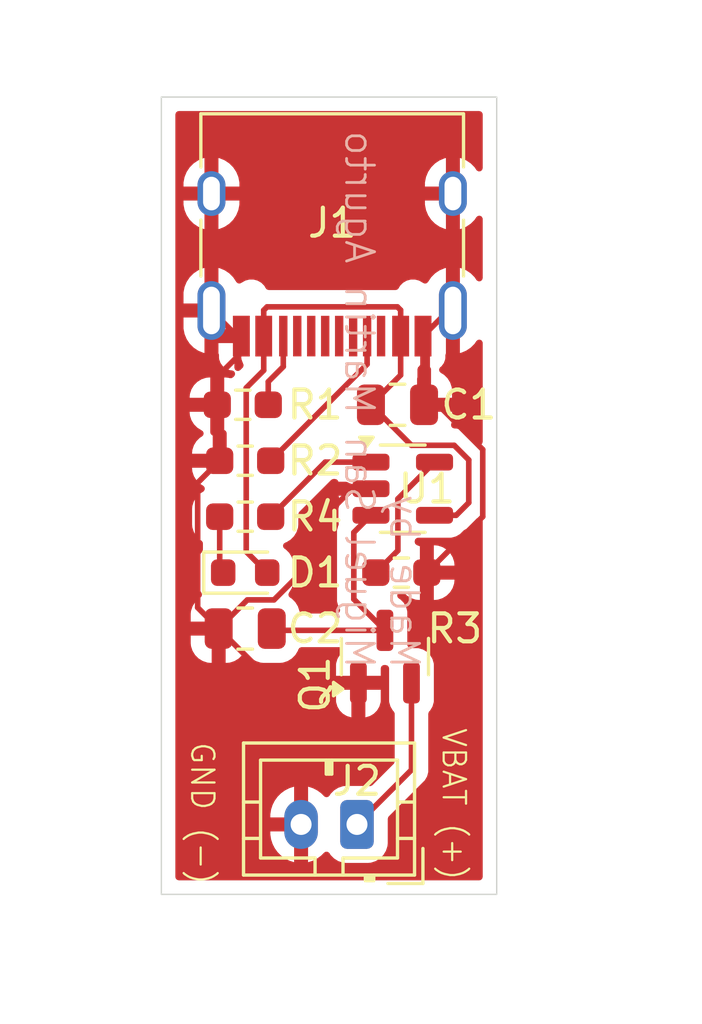
<source format=kicad_pcb>
(kicad_pcb (version 20241229) (generator "pcbnew") (generator_version "9.0")
  (layers (0 "F.Cu" signal) (2 "B.Cu" signal) (13 "F.Paste" user) (15 "B.Paste" user) (5 "F.SilkS" user "F.Silkscreen") (7 "B.SilkS" user "B.Silkscreen") (1 "F.Mask" user) (3 "B.Mask" user) (25 "Edge.Cuts" user))
  (net 0 "")
  (net 1 "Net-(J1-CC2)")
  (net 2 "GND")
  (net 3 "Net-(J1-CC1)")
  (net 4 "Net-(U1-PROG)")
  (net 5 "Net-(U1-STAT)")
  (net 6 "Net-(D1-K)")
  (net 7 "Net-(J2-Pin_1)")
  (net 8 "/VBUS")
  (net 15 "Net-(Q1-D)")
  (footprint "LED_SMD:LED_0603_1608Metric" (layer "F.Cu") (at 109.5 69)
    (property "Reference" "D1" (at 2.5 0 0) (layer "F.SilkS"))
    (property "Value" "LED")
    (fp_line (start -1.485 -0.735) (end -1.485 0.735) (stroke (width 0.12)) (layer "F.SilkS"))
    (fp_line (start -1.485 0.735) (end 0.8 0.735) (stroke (width 0.12)) (layer "F.SilkS"))
    (fp_line (start 0.8 -0.735) (end -1.485 -0.735) (stroke (width 0.12)) (layer "F.SilkS"))
    (pad "1" smd roundrect (at -0.7875 0) (size 0.875 0.95) (layers "F.Cu" "F.Mask" "F.Paste") (net 6 "Net-(D1-K)"))
    (pad "2" smd roundrect (at 0.7875 0) (size 0.875 0.95) (layers "F.Cu" "F.Mask" "F.Paste") (net 8 "/VBUS"))
  )
  (footprint "Resistor_SMD:R_0603_1608Metric_Pad0.98x0.95mm_HandSolder" (layer "F.Cu") (at 109.5 65 180)
    (property "Reference" "R2" (at -2.5 0 0) (layer "F.SilkS"))
    (property "Value" "5k1")
    (fp_line (start -0.254724 0.5225) (end 0.254724 0.5225) (stroke (width 0.12)) (layer "F.SilkS"))
    (fp_line (start -0.254724 -0.5225) (end 0.254724 -0.5225) (stroke (width 0.12)) (layer "F.SilkS"))
    (pad "1" smd roundrect (at -0.9125 0 180) (size 0.975 0.95) (layers "F.Cu" "F.Mask" "F.Paste") (net 3 "Net-(J1-CC1)"))
    (pad "2" smd roundrect (at 0.9125 0 180) (size 0.975 0.95) (layers "F.Cu" "F.Mask" "F.Paste") (net 2 "GND"))
  )
  (footprint "Package_TO_SOT_SMD:SOT-23-5" (layer "F.Cu") (at 115.1375 66)
    (property "Reference" "U1" (at 0.8625 0 0) (layer "F.SilkS"))
    (property "Value" "MCP73831-2-OT")
    (fp_line (start 0 -1.56) (end -0.8 -1.56) (stroke (width 0.12)) (layer "F.SilkS"))
    (fp_line (start 0 -1.56) (end 0.8 -1.56) (stroke (width 0.12)) (layer "F.SilkS"))
    (fp_line (start 0 1.56) (end -0.8 1.56) (stroke (width 0.12)) (layer "F.SilkS"))
    (fp_line (start 0 1.56) (end 0.8 1.56) (stroke (width 0.12)) (layer "F.SilkS"))
    (fp_poly (pts (xy -1.3 -1.51) (xy -1.54 -1.84) (xy -1.06 -1.84) (xy -1.3 -1.51)) (stroke (width 0.12)) (fill yes) (layer "F.SilkS"))
    (pad "1" smd roundrect (at -1.1375 -0.95) (size 1.325 0.6) (layers "F.Cu" "F.Mask" "F.Paste") (net 5 "Net-(U1-STAT)"))
    (pad "2" smd roundrect (at -1.1375 0) (size 1.325 0.6) (layers "F.Cu" "F.Mask" "F.Paste") (net 2 "GND"))
    (pad "3" smd roundrect (at -1.1375 0.95) (size 1.325 0.6) (layers "F.Cu" "F.Mask" "F.Paste") (net 15 "Net-(Q1-D)"))
    (pad "4" smd roundrect (at 1.1375 0.95) (size 1.325 0.6) (layers "F.Cu" "F.Mask" "F.Paste") (net 8 "/VBUS"))
    (pad "5" smd roundrect (at 1.1375 -0.95) (size 1.325 0.6) (layers "F.Cu" "F.Mask" "F.Paste") (net 4 "Net-(U1-PROG)"))
  )
  (footprint "Resistor_SMD:R_0603_1608Metric_Pad0.98x0.95mm_HandSolder" (layer "F.Cu") (at 115.0875 69)
    (property "Reference" "R3" (at 1.9125 2 0) (layer "F.SilkS"))
    (property "Value" "2k")
    (fp_line (start -0.254724 -0.5225) (end 0.254724 -0.5225) (stroke (width 0.12)) (layer "F.SilkS"))
    (fp_line (start -0.254724 0.5225) (end 0.254724 0.5225) (stroke (width 0.12)) (layer "F.SilkS"))
    (pad "1" smd roundrect (at -0.9125 0) (size 0.975 0.95) (layers "F.Cu" "F.Mask" "F.Paste") (net 4 "Net-(U1-PROG)"))
    (pad "2" smd roundrect (at 0.9125 0) (size 0.975 0.95) (layers "F.Cu" "F.Mask" "F.Paste") (net 2 "GND"))
  )
  (footprint "Package_TO_SOT_SMD:SOT-23" (layer "F.Cu") (at 114.5 72 90)
    (property "Reference" "Q1" (at -1 -2.5 90) (layer "F.SilkS"))
    (property "Value" "Si2319CDS")
    (fp_line (start 0 -1.56) (end 0.65 -1.56) (stroke (width 0.12)) (layer "F.SilkS"))
    (fp_line (start 0 -1.56) (end -0.65 -1.56) (stroke (width 0.12)) (layer "F.SilkS"))
    (fp_line (start 0 1.56) (end 0.65 1.56) (stroke (width 0.12)) (layer "F.SilkS"))
    (fp_line (start 0 1.56) (end -0.65 1.56) (stroke (width 0.12)) (layer "F.SilkS"))
    (fp_poly (pts (xy -1.1625 -1.51) (xy -1.4025 -1.84) (xy -0.9225 -1.84) (xy -1.1625 -1.51)) (stroke (width 0.12)) (fill yes) (layer "F.SilkS"))
    (pad "1" smd roundrect (at -0.9375 -0.95 90) (size 1.475 0.6) (layers "F.Cu" "F.Mask" "F.Paste") (net 2 "GND"))
    (pad "2" smd roundrect (at -0.9375 0.95 90) (size 1.475 0.6) (layers "F.Cu" "F.Mask" "F.Paste") (net 7 "Net-(J2-Pin_1)"))
    (pad "3" smd roundrect (at 0.9375 0 90) (size 1.475 0.6) (layers "F.Cu" "F.Mask" "F.Paste") (net 15 "Net-(Q1-D)"))
  )
  (footprint "Connector_USB:USB_C_Receptacle_HRO_TYPE-C-31-M-12" (layer "F.Cu") (at 112.6125 56.5 180)
    (property "Reference" "J1" (at 0 0 0) (layer "F.SilkS"))
    (property "Value" "USB_C_Receptacle_USB2.0_16P")
    (fp_line (start 4.7 2) (end 4.7 3.9) (stroke (width 0.12)) (layer "F.SilkS"))
    (fp_line (start 4.7 -1.9) (end 4.7 0.1) (stroke (width 0.12)) (layer "F.SilkS"))
    (fp_line (start -4.7 3.9) (end 4.7 3.9) (stroke (width 0.12)) (layer "F.SilkS"))
    (fp_line (start -4.7 2) (end -4.7 3.9) (stroke (width 0.12)) (layer "F.SilkS"))
    (fp_line (start -4.7 -1.9) (end -4.7 0.1) (stroke (width 0.12)) (layer "F.SilkS"))
    (pad "" np_thru_hole circle (at -2.89 -2.6 180) (size 0.65 0.65) (drill 0.65) (layers "*.Cu" "*.Mask"))
    (pad "" np_thru_hole circle (at 2.89 -2.6 180) (size 0.65 0.65) (drill 0.65) (layers "*.Cu" "*.Mask"))
    (pad "A1" smd rect (at -3.25 -4.045 180) (size 0.6 1.45) (layers "F.Cu" "F.Mask" "F.Paste") (net 2 "GND"))
    (pad "A4" smd rect (at -2.45 -4.045 180) (size 0.6 1.45) (layers "F.Cu" "F.Mask" "F.Paste") (net 8 "/VBUS"))
    (pad "A5" smd rect (at -1.25 -4.045 180) (size 0.3 1.45) (layers "F.Cu" "F.Mask" "F.Paste") (net 3 "Net-(J1-CC1)"))
    (pad "A6" smd rect (at -0.25 -4.045 180) (size 0.3 1.45) (layers "F.Cu" "F.Mask" "F.Paste"))
    (pad "A7" smd rect (at 0.25 -4.045 180) (size 0.3 1.45) (layers "F.Cu" "F.Mask" "F.Paste"))
    (pad "A8" smd rect (at 1.25 -4.045 180) (size 0.3 1.45) (layers "F.Cu" "F.Mask" "F.Paste"))
    (pad "A9" smd rect (at 2.45 -4.045 180) (size 0.6 1.45) (layers "F.Cu" "F.Mask" "F.Paste") (net 8 "/VBUS"))
    (pad "A12" smd rect (at 3.25 -4.045 180) (size 0.6 1.45) (layers "F.Cu" "F.Mask" "F.Paste") (net 2 "GND"))
    (pad "B1" smd rect (at 3.25 -4.045 180) (size 0.6 1.45) (layers "F.Cu" "F.Mask" "F.Paste") (net 2 "GND"))
    (pad "B4" smd rect (at 2.45 -4.045 180) (size 0.6 1.45) (layers "F.Cu" "F.Mask" "F.Paste") (net 8 "/VBUS"))
    (pad "B5" smd rect (at 1.75 -4.045 180) (size 0.3 1.45) (layers "F.Cu" "F.Mask" "F.Paste") (net 1 "Net-(J1-CC2)"))
    (pad "B6" smd rect (at 0.75 -4.045 180) (size 0.3 1.45) (layers "F.Cu" "F.Mask" "F.Paste"))
    (pad "B7" smd rect (at -0.75 -4.045 180) (size 0.3 1.45) (layers "F.Cu" "F.Mask" "F.Paste"))
    (pad "B8" smd rect (at -1.75 -4.045 180) (size 0.3 1.45) (layers "F.Cu" "F.Mask" "F.Paste"))
    (pad "B9" smd rect (at -2.45 -4.045 180) (size 0.6 1.45) (layers "F.Cu" "F.Mask" "F.Paste") (net 8 "/VBUS"))
    (pad "B12" smd rect (at -3.25 -4.045 180) (size 0.6 1.45) (layers "F.Cu" "F.Mask" "F.Paste") (net 2 "GND"))
    (pad "S1" thru_hole oval (at -4.32 -3.13 180) (size 1 2.1) (drill oval 0.6 1.7) (property pad_prop_heatsink) (layers "*.Cu" "*.Mask") (net 2 "GND"))
    (pad "S1" thru_hole oval (at -4.32 1.05 180) (size 1 1.6) (drill oval 0.6 1.2) (property pad_prop_heatsink) (layers "*.Cu" "*.Mask") (net 2 "GND"))
    (pad "S1" thru_hole oval (at 4.32 -3.13 180) (size 1 2.1) (drill oval 0.6 1.7) (property pad_prop_heatsink) (layers "*.Cu" "*.Mask") (net 2 "GND"))
    (pad "S1" thru_hole oval (at 4.32 1.05 180) (size 1 1.6) (drill oval 0.6 1.2) (property pad_prop_heatsink) (layers "*.Cu" "*.Mask") (net 2 "GND"))
  )
  (footprint "Connector_JST:JST_PH_B2B-PH-K_1x02_P2.00mm_Vertical" (layer "F.Cu") (at 113.5 78 180)
    (property "Reference" "J2" (at 0 1.55 0) (layer "F.SilkS"))
    (property "Value" "Conn_01x02_Pin")
    (fp_line (start 4.06 2.91) (end 4.06 -1.81) (stroke (width 0.12)) (layer "F.SilkS"))
    (fp_line (start 4.06 0.8) (end 3.45 0.8) (stroke (width 0.12)) (layer "F.SilkS"))
    (fp_line (start 4.06 -0.5) (end 3.45 -0.5) (stroke (width 0.12)) (layer "F.SilkS"))
    (fp_line (start 4.06 -1.81) (end -2.06 -1.81) (stroke (width 0.12)) (layer "F.SilkS"))
    (fp_line (start 3.45 2.3) (end 3.45 -1.2) (stroke (width 0.12)) (layer "F.SilkS"))
    (fp_line (start 3.45 -1.2) (end 1.5 -1.2) (stroke (width 0.12)) (layer "F.SilkS"))
    (fp_line (start 1.5 -1.2) (end 1.5 -1.81) (stroke (width 0.12)) (layer "F.SilkS"))
    (fp_line (start 1.1 1.8) (end 1.1 2.3) (stroke (width 0.12)) (layer "F.SilkS"))
    (fp_line (start 1 2.3) (end 1 1.8) (stroke (width 0.12)) (layer "F.SilkS"))
    (fp_line (start 0.9 2.3) (end 0.9 1.8) (stroke (width 0.12)) (layer "F.SilkS"))
    (fp_line (start 0.9 1.8) (end 1.1 1.8) (stroke (width 0.12)) (layer "F.SilkS"))
    (fp_line (start 0.5 -1.2) (end -1.45 -1.2) (stroke (width 0.12)) (layer "F.SilkS"))
    (fp_line (start 0.5 -1.81) (end 0.5 -1.2) (stroke (width 0.12)) (layer "F.SilkS"))
    (fp_line (start -0.3 -1.81) (end -0.3 -2.01) (stroke (width 0.12)) (layer "F.SilkS"))
    (fp_line (start -0.3 -1.91) (end -0.6 -1.91) (stroke (width 0.12)) (layer "F.SilkS"))
    (fp_line (start -0.3 -2.01) (end -0.6 -2.01) (stroke (width 0.12)) (layer "F.SilkS"))
    (fp_line (start -0.6 -2.01) (end -0.6 -1.81) (stroke (width 0.12)) (layer "F.SilkS"))
    (fp_line (start -1.11 -2.11) (end -2.36 -2.11) (stroke (width 0.12)) (layer "F.SilkS"))
    (fp_line (start -1.45 2.3) (end 3.45 2.3) (stroke (width 0.12)) (layer "F.SilkS"))
    (fp_line (start -1.45 -1.2) (end -1.45 2.3) (stroke (width 0.12)) (layer "F.SilkS"))
    (fp_line (start -2.06 2.91) (end 4.06 2.91) (stroke (width 0.12)) (layer "F.SilkS"))
    (fp_line (start -2.06 0.8) (end -1.45 0.8) (stroke (width 0.12)) (layer "F.SilkS"))
    (fp_line (start -2.06 -0.5) (end -1.45 -0.5) (stroke (width 0.12)) (layer "F.SilkS"))
    (fp_line (start -2.06 -1.81) (end -2.06 2.91) (stroke (width 0.12)) (layer "F.SilkS"))
    (fp_line (start -2.36 -2.11) (end -2.36 -0.86) (stroke (width 0.12)) (layer "F.SilkS"))
    (pad "1" thru_hole roundrect (at 0 0 180) (size 1.2 1.75) (drill 0.75) (layers "*.Cu" "*.Mask") (roundrect_rratio 0.208333) (net 7 "Net-(J2-Pin_1)"))
    (pad "2" thru_hole oval (at 2 0 180) (size 1.2 1.75) (drill 0.75) (layers "*.Cu" "*.Mask") (net 2 "GND"))
  )
  (footprint "Capacitor_SMD:C_0805_2012Metric" (layer "F.Cu") (at 114.95 63)
    (property "Reference" "C1" (at 2.55 0 0) (layer "F.SilkS"))
    (property "Value" "10uF")
    (fp_line (start -0.261252 -0.735) (end 0.261252 -0.735) (stroke (width 0.12)) (layer "F.SilkS"))
    (fp_line (start -0.261252 0.735) (end 0.261252 0.735) (stroke (width 0.12)) (layer "F.SilkS"))
    (pad "1" smd roundrect (at -0.95 0) (size 1 1.45) (layers "F.Cu" "F.Mask" "F.Paste") (net 8 "/VBUS"))
    (pad "2" smd roundrect (at 0.95 0) (size 1 1.45) (layers "F.Cu" "F.Mask" "F.Paste") (net 2 "GND"))
  )
  (footprint "Capacitor_SMD:C_0805_2012Metric" (layer "F.Cu") (at 109.5 71 180)
    (property "Reference" "C2" (at -2.5 0 0) (layer "F.SilkS"))
    (property "Value" "10uF")
    (fp_line (start -0.261252 0.735) (end 0.261252 0.735) (stroke (width 0.12)) (layer "F.SilkS"))
    (fp_line (start -0.261252 -0.735) (end 0.261252 -0.735) (stroke (width 0.12)) (layer "F.SilkS"))
    (pad "1" smd roundrect (at -0.95 0 180) (size 1 1.45) (layers "F.Cu" "F.Mask" "F.Paste") (net 15 "Net-(Q1-D)"))
    (pad "2" smd roundrect (at 0.95 0 180) (size 1 1.45) (layers "F.Cu" "F.Mask" "F.Paste") (net 2 "GND"))
  )
  (footprint "Resistor_SMD:R_0603_1608Metric_Pad0.98x0.95mm_HandSolder" (layer "F.Cu") (at 109.5 67 180)
    (property "Reference" "R4" (at -2.5 0 0) (layer "F.SilkS"))
    (property "Value" "10k")
    (fp_line (start -0.254724 0.5225) (end 0.254724 0.5225) (stroke (width 0.12)) (layer "F.SilkS"))
    (fp_line (start -0.254724 -0.5225) (end 0.254724 -0.5225) (stroke (width 0.12)) (layer "F.SilkS"))
    (pad "1" smd roundrect (at -0.9125 0 180) (size 0.975 0.95) (layers "F.Cu" "F.Mask" "F.Paste") (net 5 "Net-(U1-STAT)"))
    (pad "2" smd roundrect (at 0.9125 0 180) (size 0.975 0.95) (layers "F.Cu" "F.Mask" "F.Paste") (net 6 "Net-(D1-K)"))
  )
  (footprint "Resistor_SMD:R_0603_1608Metric_Pad0.98x0.95mm_HandSolder" (layer "F.Cu") (at 109.4125 63 180)
    (property "Reference" "R1" (at -2.5875 0 0) (layer "F.SilkS"))
    (property "Value" "5k1")
    (fp_line (start -0.254724 0.5225) (end 0.254724 0.5225) (stroke (width 0.12)) (layer "F.SilkS"))
    (fp_line (start -0.254724 -0.5225) (end 0.254724 -0.5225) (stroke (width 0.12)) (layer "F.SilkS"))
    (pad "1" smd roundrect (at -0.9125 0 180) (size 0.975 0.95) (layers "F.Cu" "F.Mask" "F.Paste") (net 1 "Net-(J1-CC2)"))
    (pad "2" smd roundrect (at 0.9125 0 180) (size 0.975 0.95) (layers "F.Cu" "F.Mask" "F.Paste") (net 2 "GND"))
  )
  (gr_rect (start 106.5 52) (end 118.5 80.5) (stroke (width 0.05)) (fill no) (layer "Edge.Cuts"))
  (gr_text "GND (-)" (at 107.5 75 270) (layer "F.SilkS") (effects (font (size 0.8 0.8) (thickness 0.08) (bold yes)) (justify left bottom)))
  (gr_text "VBAT (+)" (at 116.5 74.5 270) (layer "F.SilkS") (effects (font (size 0.8 0.8) (thickness 0.08) (bold yes)) (justify left bottom)))
  (gr_text "Made by\nMiguel San Martin Agurto" (at 113 72.5 270) (layer "B.SilkS") (effects (font (size 1 1) (thickness 0.1)) (justify left bottom mirror)))
  (segment (start 110.8625 61.6375) (end 110.325 62.175) (width 0.2) (layer "F.Cu") (net 1))
  (segment (start 110.325 62.175) (end 110.325 63) (width 0.2) (layer "F.Cu") (net 1))
  (segment (start 110.8625 60.545) (end 110.8625 61.6375) (width 0.2) (layer "F.Cu") (net 1))
  (segment (start 115.8625 62.9625) (end 115.9 63) (width 0.2) (layer "F.Cu") (net 2))
  (segment (start 108.5875 65) (end 107.799 65.7885) (width 0.2) (layer "F.Cu") (net 2))
  (segment (start 108.5875 63.5875) (end 108.5875 65) (width 0.2) (layer "F.Cu") (net 2))
  (segment (start 108.55 71) (end 108.55 73.1) (width 0.2) (layer "F.Cu") (net 2))
  (segment (start 109.2075 60.545) (end 108.2925 59.63) (width 0.2) (layer "F.Cu") (net 2))
  (segment (start 115.9 63) (end 116.4 63) (width 0.2) (layer "F.Cu") (net 2))
  (segment (start 111.5 69.0036) (end 110.5296 69.974) (width 0.2) (layer "F.Cu") (net 2))
  (segment (start 107.799 65.7885) (end 107.799 70.249) (width 0.2) (layer "F.Cu") (net 2))
  (segment (start 107.799 70.249) (end 108.55 71) (width 0.2) (layer "F.Cu") (net 2))
  (segment (start 108.5 63) (end 108.5 63.5) (width 0.2) (layer "F.Cu") (net 2))
  (segment (start 113.55 72.9375) (end 110.4875 72.9375) (width 0.2) (layer "F.Cu") (net 2))
  (segment (start 108.2925 55.45) (end 108.2925 59.63) (width 0.2) (layer "F.Cu") (net 2))
  (segment (start 115.8625 60.545) (end 115.8625 62.9625) (width 0.2) (layer "F.Cu") (net 2))
  (segment (start 116.4 63) (end 118 64.6) (width 0.2) (layer "F.Cu") (net 2))
  (segment (start 114 66) (end 113.337501 66) (width 0.2) (layer "F.Cu") (net 2))
  (segment (start 110.5296 69.974) (end 109.576 69.974) (width 0.2) (layer "F.Cu") (net 2))
  (segment (start 113.337501 66) (end 111.5 67.837501) (width 0.2) (layer "F.Cu") (net 2))
  (segment (start 108.5 63.5) (end 108.5875 63.5875) (width 0.2) (layer "F.Cu") (net 2))
  (segment (start 111.5 67.837501) (end 111.5 69.0036) (width 0.2) (layer "F.Cu") (net 2))
  (segment (start 108.5 62) (end 108.5 63) (width 0.2) (layer "F.Cu") (net 2))
  (segment (start 109.3625 60.545) (end 109.2075 60.545) (width 0.2) (layer "F.Cu") (net 2))
  (segment (start 116.9325 59.63) (end 116.7775 59.63) (width 0.2) (layer "F.Cu") (net 2))
  (segment (start 110.4875 72.9375) (end 108.55 71) (width 0.2) (layer "F.Cu") (net 2))
  (segment (start 108.2925 55.45) (end 116.9325 55.45) (width 0.2) (layer "F.Cu") (net 2))
  (segment (start 116.9325 55.45) (end 116.9325 59.63) (width 0.2) (layer "F.Cu") (net 2))
  (segment (start 118 67) (end 116 69) (width 0.2) (layer "F.Cu") (net 2))
  (segment (start 111.5 76.05) (end 111.5 78) (width 0.2) (layer "F.Cu") (net 2))
  (segment (start 109.3625 60.545) (end 109.3625 61.1375) (width 0.2) (layer "F.Cu") (net 2))
  (segment (start 116.7775 59.63) (end 115.8625 60.545) (width 0.2) (layer "F.Cu") (net 2))
  (segment (start 109.3625 61.1375) (end 108.5 62) (width 0.2) (layer "F.Cu") (net 2))
  (segment (start 109.576 69.974) (end 108.55 71) (width 0.2) (layer "F.Cu") (net 2))
  (segment (start 108.55 73.1) (end 111.5 76.05) (width 0.2) (layer "F.Cu") (net 2))
  (segment (start 118 64.6) (end 118 67) (width 0.2) (layer "F.Cu") (net 2))
  (segment (start 110.4125 65) (end 113.8625 61.55) (width 0.2) (layer "F.Cu") (net 3))
  (segment (start 113.8625 61.55) (end 113.8625 60.545) (width 0.2) (layer "F.Cu") (net 3))
  (segment (start 114.9635 66.3615) (end 116.275 65.05) (width 0.2) (layer "F.Cu") (net 4))
  (segment (start 114 68.825) (end 114.175 69) (width 0.2) (layer "F.Cu") (net 4))
  (segment (start 114.175 69) (end 114.9635 68.2115) (width 0.2) (layer "F.Cu") (net 4))
  (segment (start 114.9635 68.2115) (end 114.9635 66.3615) (width 0.2) (layer "F.Cu") (net 4))
  (segment (start 114 65.05) (end 112.3625 65.05) (width 0.2) (layer "F.Cu") (net 5))
  (segment (start 112.3625 65.05) (end 110.4125 67) (width 0.2) (layer "F.Cu") (net 5))
  (segment (start 108.5875 68.875) (end 108.7125 69) (width 0.2) (layer "F.Cu") (net 6))
  (segment (start 108.5875 67) (end 108.5875 68.875) (width 0.2) (layer "F.Cu") (net 6))
  (segment (start 115.45 72.9375) (end 115.45 76.05) (width 0.2) (layer "F.Cu") (net 7))
  (segment (start 115.45 76.05) (end 113.5 78) (width 0.2) (layer "F.Cu") (net 7))
  (segment (start 110.2825 59.5) (end 114.946492 59.5) (width 0.2) (layer "F.Cu") (net 8))
  (segment (start 110.1625 60.545) (end 110.1625 61.7704) (width 0.2) (layer "F.Cu") (net 8))
  (segment (start 115.449 64.449) (end 116.978468 64.449) (width 0.2) (layer "F.Cu") (net 8))
  (segment (start 115.0625 59.616008) (end 115.0625 60.545) (width 0.2) (layer "F.Cu") (net 8))
  (segment (start 109.5365 62.3964) (end 109.5365 68.249) (width 0.2) (layer "F.Cu") (net 8))
  (segment (start 115.0625 61.9375) (end 115.0625 60.545) (width 0.2) (layer "F.Cu") (net 8))
  (segment (start 117.5 64.970532) (end 117.5 66.5) (width 0.2) (layer "F.Cu") (net 8))
  (segment (start 110.1625 60.545) (end 110.1625 59.62) (width 0.2) (layer "F.Cu") (net 8))
  (segment (start 110.1625 59.62) (end 110.2825 59.5) (width 0.2) (layer "F.Cu") (net 8))
  (segment (start 114 63) (end 115.449 64.449) (width 0.2) (layer "F.Cu") (net 8))
  (segment (start 114.946492 59.5) (end 115.0625 59.616008) (width 0.2) (layer "F.Cu") (net 8))
  (segment (start 117.05 66.95) (end 116.275 66.95) (width 0.2) (layer "F.Cu") (net 8))
  (segment (start 117.5 66.5) (end 117.05 66.95) (width 0.2) (layer "F.Cu") (net 8))
  (segment (start 109.5365 68.249) (end 110.2875 69) (width 0.2) (layer "F.Cu") (net 8))
  (segment (start 114 63) (end 115.0625 61.9375) (width 0.2) (layer "F.Cu") (net 8))
  (segment (start 110.1625 61.7704) (end 109.5365 62.3964) (width 0.2) (layer "F.Cu") (net 8))
  (segment (start 116.978468 64.449) (end 117.5 64.970532) (width 0.2) (layer "F.Cu") (net 8))
  (segment (start 110.5125 71.0625) (end 110.45 71) (width 0.2) (layer "F.Cu") (net 15))
  (segment (start 110.45 70.5) (end 110.45 71) (width 0.2) (layer "F.Cu") (net 15))
  (segment (start 114 66.95) (end 113.3865 67.5635) (width 0.2) (layer "F.Cu") (net 15))
  (segment (start 113.3865 69.949) (end 114.5 71.0625) (width 0.2) (layer "F.Cu") (net 15))
  (segment (start 113.3865 67.5635) (end 113.3865 69.949) (width 0.2) (layer "F.Cu") (net 15))
  (segment (start 114.5 71.0625) (end 110.5125 71.0625) (width 0.2) (layer "F.Cu") (net 15))
  (zone (net 2) (net_name "GND") (layer "F.Cu") (connect_pads (clearance 0.5)) (min_thickness 0.25) (fill yes (thermal_gap 0.5) (thermal_bridge_width 0.5))
    (polygon (pts (xy 106.5 52) (xy 118.5 52) (xy 118.5 80.5) (xy 106.5 80.5)))
  )
)
</source>
